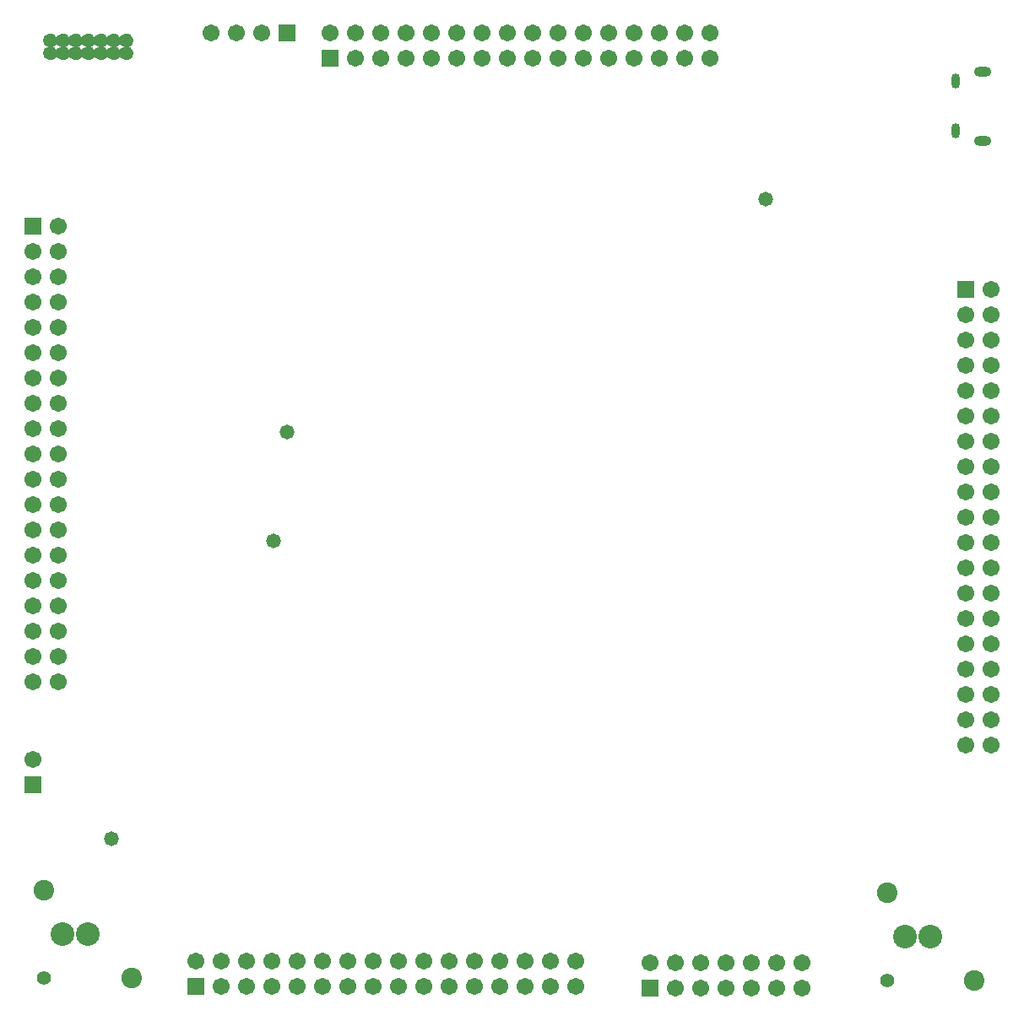
<source format=gbs>
%FSTAX23Y23*%
%MOIN*%
%SFA1B1*%

%IPPOS*%
%ADD33C,0.000000*%
%ADD42R,0.067060X0.067060*%
%ADD48C,0.067060*%
%ADD49R,0.067060X0.067060*%
%ADD50C,0.053000*%
%ADD51O,0.033590X0.059180*%
%ADD52O,0.069020X0.038510*%
%ADD53C,0.081230*%
%ADD54C,0.055240*%
%ADD55C,0.093630*%
%ADD56C,0.058000*%
%LNnucleoclone-1*%
%LPD*%
G54D33*
X00157Y03765D02*
D01*
X00157Y03767*
X00157Y03769*
X00157Y03771*
X00157Y03772*
X00156Y03774*
X00155Y03775*
X00155Y03777*
X00154Y03778*
X00153Y0378*
X00152Y03781*
X00151Y03782*
X00149Y03784*
X00148Y03785*
X00147Y03786*
X00145Y03787*
X00144Y03787*
X00142Y03788*
X00141Y03789*
X00139Y03789*
X00137Y0379*
X00136Y0379*
X00134Y0379*
X00132*
X0013Y0379*
X00129Y0379*
X00127Y03789*
X00125Y03789*
X00124Y03788*
X00122Y03787*
X00121Y03787*
X00119Y03786*
X00118Y03785*
X00117Y03784*
X00115Y03782*
X00114Y03781*
X00113Y0378*
X00112Y03778*
X00111Y03777*
X00111Y03775*
X0011Y03774*
X00109Y03772*
X00109Y03771*
X00109Y03769*
X00109Y03767*
X00108Y03765*
X00109Y03764*
X00109Y03762*
X00109Y0376*
X00109Y03759*
X0011Y03757*
X00111Y03755*
X00111Y03754*
X00112Y03752*
X00113Y03751*
X00114Y0375*
X00115Y03748*
X00117Y03747*
X00118Y03746*
X00119Y03745*
X00121Y03744*
X00122Y03743*
X00124Y03743*
X00125Y03742*
X00127Y03742*
X00129Y03741*
X0013Y03741*
X00132Y03741*
X00134*
X00136Y03741*
X00137Y03741*
X00139Y03742*
X00141Y03742*
X00142Y03743*
X00144Y03743*
X00145Y03744*
X00147Y03745*
X00148Y03746*
X00149Y03747*
X00151Y03748*
X00152Y0375*
X00153Y03751*
X00154Y03752*
X00155Y03754*
X00155Y03755*
X00156Y03757*
X00157Y03759*
X00157Y0376*
X00157Y03762*
X00157Y03764*
X00157Y03765*
Y03815D02*
D01*
X00157Y03817*
X00157Y03819*
X00157Y03821*
X00157Y03822*
X00156Y03824*
X00155Y03825*
X00155Y03827*
X00154Y03828*
X00153Y0383*
X00152Y03831*
X00151Y03832*
X00149Y03834*
X00148Y03835*
X00147Y03836*
X00145Y03837*
X00144Y03837*
X00142Y03838*
X00141Y03839*
X00139Y03839*
X00137Y0384*
X00136Y0384*
X00134Y0384*
X00132*
X0013Y0384*
X00129Y0384*
X00127Y03839*
X00125Y03839*
X00124Y03838*
X00122Y03837*
X00121Y03837*
X00119Y03836*
X00118Y03835*
X00117Y03834*
X00115Y03832*
X00114Y03831*
X00113Y0383*
X00112Y03828*
X00111Y03827*
X00111Y03825*
X0011Y03824*
X00109Y03822*
X00109Y03821*
X00109Y03819*
X00109Y03817*
X00108Y03815*
X00109Y03814*
X00109Y03812*
X00109Y0381*
X00109Y03809*
X0011Y03807*
X00111Y03805*
X00111Y03804*
X00112Y03802*
X00113Y03801*
X00114Y038*
X00115Y03798*
X00117Y03797*
X00118Y03796*
X00119Y03795*
X00121Y03794*
X00122Y03793*
X00124Y03793*
X00125Y03792*
X00127Y03792*
X00129Y03791*
X0013Y03791*
X00132Y03791*
X00134*
X00136Y03791*
X00137Y03791*
X00139Y03792*
X00141Y03792*
X00142Y03793*
X00144Y03793*
X00145Y03794*
X00147Y03795*
X00148Y03796*
X00149Y03797*
X00151Y03798*
X00152Y038*
X00153Y03801*
X00154Y03802*
X00155Y03804*
X00155Y03805*
X00156Y03807*
X00157Y03809*
X00157Y0381*
X00157Y03812*
X00157Y03814*
X00157Y03815*
X00207Y03765D02*
D01*
X00207Y03767*
X00207Y03769*
X00207Y03771*
X00207Y03772*
X00206Y03774*
X00205Y03775*
X00205Y03777*
X00204Y03778*
X00203Y0378*
X00202Y03781*
X00201Y03782*
X00199Y03784*
X00198Y03785*
X00197Y03786*
X00195Y03787*
X00194Y03787*
X00192Y03788*
X00191Y03789*
X00189Y03789*
X00187Y0379*
X00186Y0379*
X00184Y0379*
X00182*
X0018Y0379*
X00179Y0379*
X00177Y03789*
X00175Y03789*
X00174Y03788*
X00172Y03787*
X00171Y03787*
X00169Y03786*
X00168Y03785*
X00167Y03784*
X00165Y03782*
X00164Y03781*
X00163Y0378*
X00162Y03778*
X00161Y03777*
X00161Y03775*
X0016Y03774*
X00159Y03772*
X00159Y03771*
X00159Y03769*
X00159Y03767*
X00158Y03765*
X00159Y03764*
X00159Y03762*
X00159Y0376*
X00159Y03759*
X0016Y03757*
X00161Y03755*
X00161Y03754*
X00162Y03752*
X00163Y03751*
X00164Y0375*
X00165Y03748*
X00167Y03747*
X00168Y03746*
X00169Y03745*
X00171Y03744*
X00172Y03743*
X00174Y03743*
X00175Y03742*
X00177Y03742*
X00179Y03741*
X0018Y03741*
X00182Y03741*
X00184*
X00186Y03741*
X00187Y03741*
X00189Y03742*
X00191Y03742*
X00192Y03743*
X00194Y03743*
X00195Y03744*
X00197Y03745*
X00198Y03746*
X00199Y03747*
X00201Y03748*
X00202Y0375*
X00203Y03751*
X00204Y03752*
X00205Y03754*
X00205Y03755*
X00206Y03757*
X00207Y03759*
X00207Y0376*
X00207Y03762*
X00207Y03764*
X00207Y03765*
Y03815D02*
D01*
X00207Y03817*
X00207Y03819*
X00207Y03821*
X00207Y03822*
X00206Y03824*
X00205Y03825*
X00205Y03827*
X00204Y03828*
X00203Y0383*
X00202Y03831*
X00201Y03832*
X00199Y03834*
X00198Y03835*
X00197Y03836*
X00195Y03837*
X00194Y03837*
X00192Y03838*
X00191Y03839*
X00189Y03839*
X00187Y0384*
X00186Y0384*
X00184Y0384*
X00182*
X0018Y0384*
X00179Y0384*
X00177Y03839*
X00175Y03839*
X00174Y03838*
X00172Y03837*
X00171Y03837*
X00169Y03836*
X00168Y03835*
X00167Y03834*
X00165Y03832*
X00164Y03831*
X00163Y0383*
X00162Y03828*
X00161Y03827*
X00161Y03825*
X0016Y03824*
X00159Y03822*
X00159Y03821*
X00159Y03819*
X00159Y03817*
X00158Y03815*
X00159Y03814*
X00159Y03812*
X00159Y0381*
X00159Y03809*
X0016Y03807*
X00161Y03805*
X00161Y03804*
X00162Y03802*
X00163Y03801*
X00164Y038*
X00165Y03798*
X00167Y03797*
X00168Y03796*
X00169Y03795*
X00171Y03794*
X00172Y03793*
X00174Y03793*
X00175Y03792*
X00177Y03792*
X00179Y03791*
X0018Y03791*
X00182Y03791*
X00184*
X00186Y03791*
X00187Y03791*
X00189Y03792*
X00191Y03792*
X00192Y03793*
X00194Y03793*
X00195Y03794*
X00197Y03795*
X00198Y03796*
X00199Y03797*
X00201Y03798*
X00202Y038*
X00203Y03801*
X00204Y03802*
X00205Y03804*
X00205Y03805*
X00206Y03807*
X00207Y03809*
X00207Y0381*
X00207Y03812*
X00207Y03814*
X00207Y03815*
X00257Y03765D02*
D01*
X00257Y03767*
X00257Y03769*
X00257Y03771*
X00257Y03772*
X00256Y03774*
X00255Y03775*
X00255Y03777*
X00254Y03778*
X00253Y0378*
X00252Y03781*
X00251Y03782*
X00249Y03784*
X00248Y03785*
X00247Y03786*
X00245Y03787*
X00244Y03787*
X00242Y03788*
X00241Y03789*
X00239Y03789*
X00237Y0379*
X00236Y0379*
X00234Y0379*
X00232*
X0023Y0379*
X00229Y0379*
X00227Y03789*
X00225Y03789*
X00224Y03788*
X00222Y03787*
X00221Y03787*
X00219Y03786*
X00218Y03785*
X00217Y03784*
X00215Y03782*
X00214Y03781*
X00213Y0378*
X00212Y03778*
X00211Y03777*
X00211Y03775*
X0021Y03774*
X00209Y03772*
X00209Y03771*
X00209Y03769*
X00209Y03767*
X00208Y03765*
X00209Y03764*
X00209Y03762*
X00209Y0376*
X00209Y03759*
X0021Y03757*
X00211Y03755*
X00211Y03754*
X00212Y03752*
X00213Y03751*
X00214Y0375*
X00215Y03748*
X00217Y03747*
X00218Y03746*
X00219Y03745*
X00221Y03744*
X00222Y03743*
X00224Y03743*
X00225Y03742*
X00227Y03742*
X00229Y03741*
X0023Y03741*
X00232Y03741*
X00234*
X00236Y03741*
X00237Y03741*
X00239Y03742*
X00241Y03742*
X00242Y03743*
X00244Y03743*
X00245Y03744*
X00247Y03745*
X00248Y03746*
X00249Y03747*
X00251Y03748*
X00252Y0375*
X00253Y03751*
X00254Y03752*
X00255Y03754*
X00255Y03755*
X00256Y03757*
X00257Y03759*
X00257Y0376*
X00257Y03762*
X00257Y03764*
X00257Y03765*
Y03815D02*
D01*
X00257Y03817*
X00257Y03819*
X00257Y03821*
X00257Y03822*
X00256Y03824*
X00255Y03825*
X00255Y03827*
X00254Y03828*
X00253Y0383*
X00252Y03831*
X00251Y03832*
X00249Y03834*
X00248Y03835*
X00247Y03836*
X00245Y03837*
X00244Y03837*
X00242Y03838*
X00241Y03839*
X00239Y03839*
X00237Y0384*
X00236Y0384*
X00234Y0384*
X00232*
X0023Y0384*
X00229Y0384*
X00227Y03839*
X00225Y03839*
X00224Y03838*
X00222Y03837*
X00221Y03837*
X00219Y03836*
X00218Y03835*
X00217Y03834*
X00215Y03832*
X00214Y03831*
X00213Y0383*
X00212Y03828*
X00211Y03827*
X00211Y03825*
X0021Y03824*
X00209Y03822*
X00209Y03821*
X00209Y03819*
X00209Y03817*
X00208Y03815*
X00209Y03814*
X00209Y03812*
X00209Y0381*
X00209Y03809*
X0021Y03807*
X00211Y03805*
X00211Y03804*
X00212Y03802*
X00213Y03801*
X00214Y038*
X00215Y03798*
X00217Y03797*
X00218Y03796*
X00219Y03795*
X00221Y03794*
X00222Y03793*
X00224Y03793*
X00225Y03792*
X00227Y03792*
X00229Y03791*
X0023Y03791*
X00232Y03791*
X00234*
X00236Y03791*
X00237Y03791*
X00239Y03792*
X00241Y03792*
X00242Y03793*
X00244Y03793*
X00245Y03794*
X00247Y03795*
X00248Y03796*
X00249Y03797*
X00251Y03798*
X00252Y038*
X00253Y03801*
X00254Y03802*
X00255Y03804*
X00255Y03805*
X00256Y03807*
X00257Y03809*
X00257Y0381*
X00257Y03812*
X00257Y03814*
X00257Y03815*
X00307Y03765D02*
D01*
X00307Y03767*
X00307Y03769*
X00307Y03771*
X00307Y03772*
X00306Y03774*
X00305Y03775*
X00305Y03777*
X00304Y03778*
X00303Y0378*
X00302Y03781*
X00301Y03782*
X00299Y03784*
X00298Y03785*
X00297Y03786*
X00295Y03787*
X00294Y03787*
X00292Y03788*
X00291Y03789*
X00289Y03789*
X00287Y0379*
X00286Y0379*
X00284Y0379*
X00282*
X0028Y0379*
X00279Y0379*
X00277Y03789*
X00275Y03789*
X00274Y03788*
X00272Y03787*
X00271Y03787*
X00269Y03786*
X00268Y03785*
X00267Y03784*
X00265Y03782*
X00264Y03781*
X00263Y0378*
X00262Y03778*
X00261Y03777*
X00261Y03775*
X0026Y03774*
X00259Y03772*
X00259Y03771*
X00259Y03769*
X00259Y03767*
X00258Y03765*
X00259Y03764*
X00259Y03762*
X00259Y0376*
X00259Y03759*
X0026Y03757*
X00261Y03755*
X00261Y03754*
X00262Y03752*
X00263Y03751*
X00264Y0375*
X00265Y03748*
X00267Y03747*
X00268Y03746*
X00269Y03745*
X00271Y03744*
X00272Y03743*
X00274Y03743*
X00275Y03742*
X00277Y03742*
X00279Y03741*
X0028Y03741*
X00282Y03741*
X00284*
X00286Y03741*
X00287Y03741*
X00289Y03742*
X00291Y03742*
X00292Y03743*
X00294Y03743*
X00295Y03744*
X00297Y03745*
X00298Y03746*
X00299Y03747*
X00301Y03748*
X00302Y0375*
X00303Y03751*
X00304Y03752*
X00305Y03754*
X00305Y03755*
X00306Y03757*
X00307Y03759*
X00307Y0376*
X00307Y03762*
X00307Y03764*
X00307Y03765*
Y03815D02*
D01*
X00307Y03817*
X00307Y03819*
X00307Y03821*
X00307Y03822*
X00306Y03824*
X00305Y03825*
X00305Y03827*
X00304Y03828*
X00303Y0383*
X00302Y03831*
X00301Y03832*
X00299Y03834*
X00298Y03835*
X00297Y03836*
X00295Y03837*
X00294Y03837*
X00292Y03838*
X00291Y03839*
X00289Y03839*
X00287Y0384*
X00286Y0384*
X00284Y0384*
X00282*
X0028Y0384*
X00279Y0384*
X00277Y03839*
X00275Y03839*
X00274Y03838*
X00272Y03837*
X00271Y03837*
X00269Y03836*
X00268Y03835*
X00267Y03834*
X00265Y03832*
X00264Y03831*
X00263Y0383*
X00262Y03828*
X00261Y03827*
X00261Y03825*
X0026Y03824*
X00259Y03822*
X00259Y03821*
X00259Y03819*
X00259Y03817*
X00258Y03815*
X00259Y03814*
X00259Y03812*
X00259Y0381*
X00259Y03809*
X0026Y03807*
X00261Y03805*
X00261Y03804*
X00262Y03802*
X00263Y03801*
X00264Y038*
X00265Y03798*
X00267Y03797*
X00268Y03796*
X00269Y03795*
X00271Y03794*
X00272Y03793*
X00274Y03793*
X00275Y03792*
X00277Y03792*
X00279Y03791*
X0028Y03791*
X00282Y03791*
X00284*
X00286Y03791*
X00287Y03791*
X00289Y03792*
X00291Y03792*
X00292Y03793*
X00294Y03793*
X00295Y03794*
X00297Y03795*
X00298Y03796*
X00299Y03797*
X00301Y03798*
X00302Y038*
X00303Y03801*
X00304Y03802*
X00305Y03804*
X00305Y03805*
X00306Y03807*
X00307Y03809*
X00307Y0381*
X00307Y03812*
X00307Y03814*
X00307Y03815*
X00357Y03765D02*
D01*
X00357Y03767*
X00357Y03769*
X00357Y03771*
X00357Y03772*
X00356Y03774*
X00355Y03775*
X00355Y03777*
X00354Y03778*
X00353Y0378*
X00352Y03781*
X00351Y03782*
X00349Y03784*
X00348Y03785*
X00347Y03786*
X00345Y03787*
X00344Y03787*
X00342Y03788*
X00341Y03789*
X00339Y03789*
X00337Y0379*
X00336Y0379*
X00334Y0379*
X00332*
X0033Y0379*
X00329Y0379*
X00327Y03789*
X00325Y03789*
X00324Y03788*
X00322Y03787*
X00321Y03787*
X00319Y03786*
X00318Y03785*
X00317Y03784*
X00315Y03782*
X00314Y03781*
X00313Y0378*
X00312Y03778*
X00311Y03777*
X00311Y03775*
X0031Y03774*
X00309Y03772*
X00309Y03771*
X00309Y03769*
X00309Y03767*
X00308Y03765*
X00309Y03764*
X00309Y03762*
X00309Y0376*
X00309Y03759*
X0031Y03757*
X00311Y03755*
X00311Y03754*
X00312Y03752*
X00313Y03751*
X00314Y0375*
X00315Y03748*
X00317Y03747*
X00318Y03746*
X00319Y03745*
X00321Y03744*
X00322Y03743*
X00324Y03743*
X00325Y03742*
X00327Y03742*
X00329Y03741*
X0033Y03741*
X00332Y03741*
X00334*
X00336Y03741*
X00337Y03741*
X00339Y03742*
X00341Y03742*
X00342Y03743*
X00344Y03743*
X00345Y03744*
X00347Y03745*
X00348Y03746*
X00349Y03747*
X00351Y03748*
X00352Y0375*
X00353Y03751*
X00354Y03752*
X00355Y03754*
X00355Y03755*
X00356Y03757*
X00357Y03759*
X00357Y0376*
X00357Y03762*
X00357Y03764*
X00357Y03765*
Y03815D02*
D01*
X00357Y03817*
X00357Y03819*
X00357Y03821*
X00357Y03822*
X00356Y03824*
X00355Y03825*
X00355Y03827*
X00354Y03828*
X00353Y0383*
X00352Y03831*
X00351Y03832*
X00349Y03834*
X00348Y03835*
X00347Y03836*
X00345Y03837*
X00344Y03837*
X00342Y03838*
X00341Y03839*
X00339Y03839*
X00337Y0384*
X00336Y0384*
X00334Y0384*
X00332*
X0033Y0384*
X00329Y0384*
X00327Y03839*
X00325Y03839*
X00324Y03838*
X00322Y03837*
X00321Y03837*
X00319Y03836*
X00318Y03835*
X00317Y03834*
X00315Y03832*
X00314Y03831*
X00313Y0383*
X00312Y03828*
X00311Y03827*
X00311Y03825*
X0031Y03824*
X00309Y03822*
X00309Y03821*
X00309Y03819*
X00309Y03817*
X00308Y03815*
X00309Y03814*
X00309Y03812*
X00309Y0381*
X00309Y03809*
X0031Y03807*
X00311Y03805*
X00311Y03804*
X00312Y03802*
X00313Y03801*
X00314Y038*
X00315Y03798*
X00317Y03797*
X00318Y03796*
X00319Y03795*
X00321Y03794*
X00322Y03793*
X00324Y03793*
X00325Y03792*
X00327Y03792*
X00329Y03791*
X0033Y03791*
X00332Y03791*
X00334*
X00336Y03791*
X00337Y03791*
X00339Y03792*
X00341Y03792*
X00342Y03793*
X00344Y03793*
X00345Y03794*
X00347Y03795*
X00348Y03796*
X00349Y03797*
X00351Y03798*
X00352Y038*
X00353Y03801*
X00354Y03802*
X00355Y03804*
X00355Y03805*
X00356Y03807*
X00357Y03809*
X00357Y0381*
X00357Y03812*
X00357Y03814*
X00357Y03815*
X00407Y03765D02*
D01*
X00407Y03767*
X00407Y03769*
X00407Y03771*
X00407Y03772*
X00406Y03774*
X00405Y03775*
X00405Y03777*
X00404Y03778*
X00403Y0378*
X00402Y03781*
X00401Y03782*
X00399Y03784*
X00398Y03785*
X00397Y03786*
X00395Y03787*
X00394Y03787*
X00392Y03788*
X00391Y03789*
X00389Y03789*
X00387Y0379*
X00386Y0379*
X00384Y0379*
X00382*
X0038Y0379*
X00379Y0379*
X00377Y03789*
X00375Y03789*
X00374Y03788*
X00372Y03787*
X00371Y03787*
X00369Y03786*
X00368Y03785*
X00367Y03784*
X00365Y03782*
X00364Y03781*
X00363Y0378*
X00362Y03778*
X00361Y03777*
X00361Y03775*
X0036Y03774*
X00359Y03772*
X00359Y03771*
X00359Y03769*
X00359Y03767*
X00358Y03765*
X00359Y03764*
X00359Y03762*
X00359Y0376*
X00359Y03759*
X0036Y03757*
X00361Y03755*
X00361Y03754*
X00362Y03752*
X00363Y03751*
X00364Y0375*
X00365Y03748*
X00367Y03747*
X00368Y03746*
X00369Y03745*
X00371Y03744*
X00372Y03743*
X00374Y03743*
X00375Y03742*
X00377Y03742*
X00379Y03741*
X0038Y03741*
X00382Y03741*
X00384*
X00386Y03741*
X00387Y03741*
X00389Y03742*
X00391Y03742*
X00392Y03743*
X00394Y03743*
X00395Y03744*
X00397Y03745*
X00398Y03746*
X00399Y03747*
X00401Y03748*
X00402Y0375*
X00403Y03751*
X00404Y03752*
X00405Y03754*
X00405Y03755*
X00406Y03757*
X00407Y03759*
X00407Y0376*
X00407Y03762*
X00407Y03764*
X00407Y03765*
Y03815D02*
D01*
X00407Y03817*
X00407Y03819*
X00407Y03821*
X00407Y03822*
X00406Y03824*
X00405Y03825*
X00405Y03827*
X00404Y03828*
X00403Y0383*
X00402Y03831*
X00401Y03832*
X00399Y03834*
X00398Y03835*
X00397Y03836*
X00395Y03837*
X00394Y03837*
X00392Y03838*
X00391Y03839*
X00389Y03839*
X00387Y0384*
X00386Y0384*
X00384Y0384*
X00382*
X0038Y0384*
X00379Y0384*
X00377Y03839*
X00375Y03839*
X00374Y03838*
X00372Y03837*
X00371Y03837*
X00369Y03836*
X00368Y03835*
X00367Y03834*
X00365Y03832*
X00364Y03831*
X00363Y0383*
X00362Y03828*
X00361Y03827*
X00361Y03825*
X0036Y03824*
X00359Y03822*
X00359Y03821*
X00359Y03819*
X00359Y03817*
X00358Y03815*
X00359Y03814*
X00359Y03812*
X00359Y0381*
X00359Y03809*
X0036Y03807*
X00361Y03805*
X00361Y03804*
X00362Y03802*
X00363Y03801*
X00364Y038*
X00365Y03798*
X00367Y03797*
X00368Y03796*
X00369Y03795*
X00371Y03794*
X00372Y03793*
X00374Y03793*
X00375Y03792*
X00377Y03792*
X00379Y03791*
X0038Y03791*
X00382Y03791*
X00384*
X00386Y03791*
X00387Y03791*
X00389Y03792*
X00391Y03792*
X00392Y03793*
X00394Y03793*
X00395Y03794*
X00397Y03795*
X00398Y03796*
X00399Y03797*
X00401Y03798*
X00402Y038*
X00403Y03801*
X00404Y03802*
X00405Y03804*
X00405Y03805*
X00406Y03807*
X00407Y03809*
X00407Y0381*
X00407Y03812*
X00407Y03814*
X00407Y03815*
X00457Y03765D02*
D01*
X00457Y03767*
X00457Y03769*
X00457Y03771*
X00457Y03772*
X00456Y03774*
X00455Y03775*
X00455Y03777*
X00454Y03778*
X00453Y0378*
X00452Y03781*
X00451Y03782*
X00449Y03784*
X00448Y03785*
X00447Y03786*
X00445Y03787*
X00444Y03787*
X00442Y03788*
X00441Y03789*
X00439Y03789*
X00437Y0379*
X00436Y0379*
X00434Y0379*
X00432*
X0043Y0379*
X00429Y0379*
X00427Y03789*
X00425Y03789*
X00424Y03788*
X00422Y03787*
X00421Y03787*
X00419Y03786*
X00418Y03785*
X00417Y03784*
X00415Y03782*
X00414Y03781*
X00413Y0378*
X00412Y03778*
X00411Y03777*
X00411Y03775*
X0041Y03774*
X00409Y03772*
X00409Y03771*
X00409Y03769*
X00409Y03767*
X00408Y03765*
X00409Y03764*
X00409Y03762*
X00409Y0376*
X00409Y03759*
X0041Y03757*
X00411Y03755*
X00411Y03754*
X00412Y03752*
X00413Y03751*
X00414Y0375*
X00415Y03748*
X00417Y03747*
X00418Y03746*
X00419Y03745*
X00421Y03744*
X00422Y03743*
X00424Y03743*
X00425Y03742*
X00427Y03742*
X00429Y03741*
X0043Y03741*
X00432Y03741*
X00434*
X00436Y03741*
X00437Y03741*
X00439Y03742*
X00441Y03742*
X00442Y03743*
X00444Y03743*
X00445Y03744*
X00447Y03745*
X00448Y03746*
X00449Y03747*
X00451Y03748*
X00452Y0375*
X00453Y03751*
X00454Y03752*
X00455Y03754*
X00455Y03755*
X00456Y03757*
X00457Y03759*
X00457Y0376*
X00457Y03762*
X00457Y03764*
X00457Y03765*
Y03815D02*
D01*
X00457Y03817*
X00457Y03819*
X00457Y03821*
X00457Y03822*
X00456Y03824*
X00455Y03825*
X00455Y03827*
X00454Y03828*
X00453Y0383*
X00452Y03831*
X00451Y03832*
X00449Y03834*
X00448Y03835*
X00447Y03836*
X00445Y03837*
X00444Y03837*
X00442Y03838*
X00441Y03839*
X00439Y03839*
X00437Y0384*
X00436Y0384*
X00434Y0384*
X00432*
X0043Y0384*
X00429Y0384*
X00427Y03839*
X00425Y03839*
X00424Y03838*
X00422Y03837*
X00421Y03837*
X00419Y03836*
X00418Y03835*
X00417Y03834*
X00415Y03832*
X00414Y03831*
X00413Y0383*
X00412Y03828*
X00411Y03827*
X00411Y03825*
X0041Y03824*
X00409Y03822*
X00409Y03821*
X00409Y03819*
X00409Y03817*
X00408Y03815*
X00409Y03814*
X00409Y03812*
X00409Y0381*
X00409Y03809*
X0041Y03807*
X00411Y03805*
X00411Y03804*
X00412Y03802*
X00413Y03801*
X00414Y038*
X00415Y03798*
X00417Y03797*
X00418Y03796*
X00419Y03795*
X00421Y03794*
X00422Y03793*
X00424Y03793*
X00425Y03792*
X00427Y03792*
X00429Y03791*
X0043Y03791*
X00432Y03791*
X00434*
X00436Y03791*
X00437Y03791*
X00439Y03792*
X00441Y03792*
X00442Y03793*
X00444Y03793*
X00445Y03794*
X00447Y03795*
X00448Y03796*
X00449Y03797*
X00451Y03798*
X00452Y038*
X00453Y03801*
X00454Y03802*
X00455Y03804*
X00455Y03805*
X00456Y03807*
X00457Y03809*
X00457Y0381*
X00457Y03812*
X00457Y03814*
X00457Y03815*
G54D42*
X00065Y00873D03*
X0375Y0283D03*
X00065Y03081D03*
G54D48*
X00065Y00973D03*
X0385Y0283D03*
X0375Y0273D03*
X0385D03*
X0375Y0263D03*
X0385D03*
X0375Y0253D03*
X0385D03*
X0375Y0243D03*
X0385D03*
X0375Y0233D03*
X0385D03*
X0375Y0223D03*
X0385D03*
X0375Y0213D03*
X0385D03*
X0375Y0203D03*
X0385D03*
X0375Y0193D03*
X0385D03*
X0375Y0183D03*
X0385D03*
X0375Y0173D03*
X0385D03*
X0375Y0163D03*
X0385D03*
X0375Y0153D03*
X0385D03*
X0375Y0143D03*
X0385D03*
X0375Y0133D03*
X0385D03*
X0375Y0123D03*
X0385D03*
X0375Y0113D03*
X0385D03*
X0375Y0103D03*
X0385D03*
X0124Y03844D03*
X0134Y03744D03*
Y03844D03*
X0144Y03744D03*
Y03844D03*
X0154Y03744D03*
Y03844D03*
X0164Y03744D03*
Y03844D03*
X0174Y03744D03*
Y03844D03*
X0184Y03744D03*
Y03844D03*
X0194Y03744D03*
Y03844D03*
X0204Y03744D03*
Y03844D03*
X0214Y03744D03*
Y03844D03*
X0224Y03744D03*
Y03844D03*
X0234Y03744D03*
Y03844D03*
X0244Y03744D03*
Y03844D03*
X0254Y03744D03*
Y03844D03*
X0264Y03744D03*
Y03844D03*
X0274Y03744D03*
Y03844D03*
X03103Y0017D03*
Y0007D03*
X03003Y0017D03*
Y0007D03*
X02903Y0017D03*
Y0007D03*
X02803Y0017D03*
Y0007D03*
X02703Y0017D03*
Y0007D03*
X02603Y0017D03*
Y0007D03*
X02503Y0017D03*
X0097Y03844D03*
X0087D03*
X0077D03*
X00165Y01281D03*
X00065D03*
X00165Y01381D03*
X00065D03*
X00165Y01481D03*
X00065D03*
X00165Y01581D03*
X00065D03*
X00165Y01681D03*
X00065D03*
X00165Y01781D03*
X00065D03*
X00165Y01881D03*
X00065D03*
X00165Y01981D03*
X00065D03*
X00165Y02081D03*
X00065D03*
X00165Y02181D03*
X00065D03*
X00165Y02281D03*
X00065D03*
X00165Y02381D03*
X00065D03*
X00165Y02481D03*
X00065D03*
X00165Y02581D03*
X00065D03*
X00165Y02681D03*
X00065D03*
X00165Y02781D03*
X00065D03*
X00165Y02881D03*
X00065D03*
X00165Y02981D03*
X00065D03*
X00165Y03081D03*
X02208Y00178D03*
Y00078D03*
X02108Y00178D03*
Y00078D03*
X02008Y00178D03*
Y00078D03*
X01908Y00178D03*
Y00078D03*
X01808Y00178D03*
Y00078D03*
X01708Y00178D03*
Y00078D03*
X01608Y00178D03*
Y00078D03*
X01508Y00178D03*
Y00078D03*
X01408Y00178D03*
Y00078D03*
X01308Y00178D03*
Y00078D03*
X01208Y00178D03*
Y00078D03*
X01108Y00178D03*
Y00078D03*
X01008Y00178D03*
Y00078D03*
X00908Y00178D03*
Y00078D03*
X00808Y00178D03*
Y00078D03*
X00708Y00178D03*
G54D49*
X0124Y03744D03*
X02503Y0007D03*
X0107Y03844D03*
X00708Y00078D03*
G54D50*
X00133Y03765D03*
Y03815D03*
X00183Y03765D03*
Y03815D03*
X00233Y03765D03*
Y03815D03*
X00283Y03765D03*
Y03815D03*
X00333Y03765D03*
Y03815D03*
X00383Y03765D03*
Y03815D03*
X00433Y03765D03*
Y03815D03*
G54D51*
X03708Y03456D03*
Y03653D03*
G54D52*
X03814Y03417D03*
Y03692D03*
G54D53*
X03783Y00102D03*
X03437Y00448D03*
X00456Y0011D03*
X0011Y00456D03*
G54D54*
X03437Y00102D03*
X0011Y0011D03*
G54D55*
X0361Y00275D03*
X0351D03*
X00283Y00283D03*
X00183D03*
G54D56*
X0296Y03188D03*
X0107Y02267D03*
X01015Y01838D03*
X00374Y00661D03*
M02*
</source>
